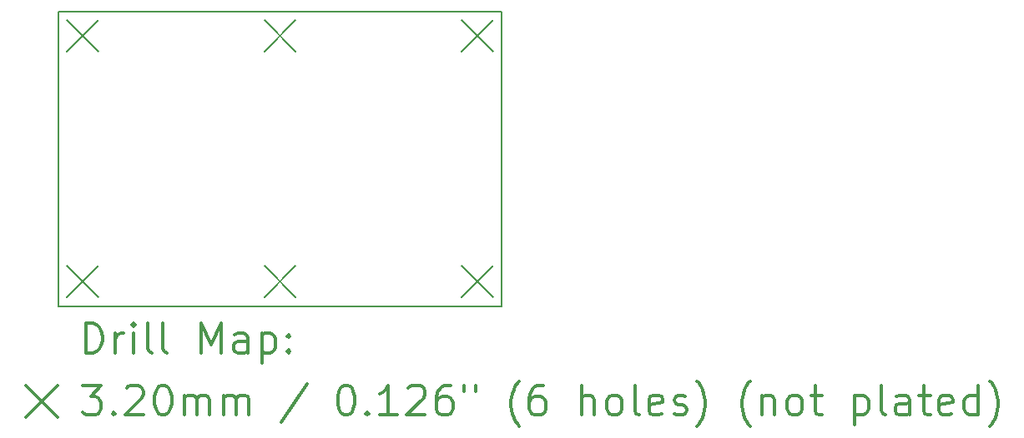
<source format=gbr>
%FSLAX45Y45*%
G04 Gerber Fmt 4.5, Leading zero omitted, Abs format (unit mm)*
G04 Created by KiCad (PCBNEW no-vcs-found-7434~57~ubuntu16.04.1) date Sat Jan  7 23:10:37 2017*
%MOMM*%
%LPD*%
G01*
G04 APERTURE LIST*
%ADD10C,0.127000*%
%ADD11C,0.150000*%
%ADD12C,0.200000*%
%ADD13C,0.300000*%
G04 APERTURE END LIST*
D10*
D11*
X11500000Y-13100000D02*
X11500000Y-10100000D01*
X16000000Y-13100000D02*
X11500000Y-13100000D01*
X16000000Y-10100000D02*
X16000000Y-13100000D01*
X11500000Y-10100000D02*
X16000000Y-10100000D01*
D12*
X11590000Y-10190000D02*
X11910000Y-10510000D01*
X11910000Y-10190000D02*
X11590000Y-10510000D01*
X11590000Y-12690000D02*
X11910000Y-13010000D01*
X11910000Y-12690000D02*
X11590000Y-13010000D01*
X13590000Y-10190000D02*
X13910000Y-10510000D01*
X13910000Y-10190000D02*
X13590000Y-10510000D01*
X13590000Y-12690000D02*
X13910000Y-13010000D01*
X13910000Y-12690000D02*
X13590000Y-13010000D01*
X15590000Y-10190000D02*
X15910000Y-10510000D01*
X15910000Y-10190000D02*
X15590000Y-10510000D01*
X15590000Y-12690000D02*
X15910000Y-13010000D01*
X15910000Y-12690000D02*
X15590000Y-13010000D01*
D13*
X11778928Y-13573214D02*
X11778928Y-13273214D01*
X11850357Y-13273214D01*
X11893214Y-13287500D01*
X11921786Y-13316071D01*
X11936071Y-13344643D01*
X11950357Y-13401786D01*
X11950357Y-13444643D01*
X11936071Y-13501786D01*
X11921786Y-13530357D01*
X11893214Y-13558929D01*
X11850357Y-13573214D01*
X11778928Y-13573214D01*
X12078928Y-13573214D02*
X12078928Y-13373214D01*
X12078928Y-13430357D02*
X12093214Y-13401786D01*
X12107500Y-13387500D01*
X12136071Y-13373214D01*
X12164643Y-13373214D01*
X12264643Y-13573214D02*
X12264643Y-13373214D01*
X12264643Y-13273214D02*
X12250357Y-13287500D01*
X12264643Y-13301786D01*
X12278928Y-13287500D01*
X12264643Y-13273214D01*
X12264643Y-13301786D01*
X12450357Y-13573214D02*
X12421786Y-13558929D01*
X12407500Y-13530357D01*
X12407500Y-13273214D01*
X12607500Y-13573214D02*
X12578928Y-13558929D01*
X12564643Y-13530357D01*
X12564643Y-13273214D01*
X12950357Y-13573214D02*
X12950357Y-13273214D01*
X13050357Y-13487500D01*
X13150357Y-13273214D01*
X13150357Y-13573214D01*
X13421786Y-13573214D02*
X13421786Y-13416071D01*
X13407500Y-13387500D01*
X13378928Y-13373214D01*
X13321786Y-13373214D01*
X13293214Y-13387500D01*
X13421786Y-13558929D02*
X13393214Y-13573214D01*
X13321786Y-13573214D01*
X13293214Y-13558929D01*
X13278928Y-13530357D01*
X13278928Y-13501786D01*
X13293214Y-13473214D01*
X13321786Y-13458929D01*
X13393214Y-13458929D01*
X13421786Y-13444643D01*
X13564643Y-13373214D02*
X13564643Y-13673214D01*
X13564643Y-13387500D02*
X13593214Y-13373214D01*
X13650357Y-13373214D01*
X13678928Y-13387500D01*
X13693214Y-13401786D01*
X13707500Y-13430357D01*
X13707500Y-13516071D01*
X13693214Y-13544643D01*
X13678928Y-13558929D01*
X13650357Y-13573214D01*
X13593214Y-13573214D01*
X13564643Y-13558929D01*
X13836071Y-13544643D02*
X13850357Y-13558929D01*
X13836071Y-13573214D01*
X13821786Y-13558929D01*
X13836071Y-13544643D01*
X13836071Y-13573214D01*
X13836071Y-13387500D02*
X13850357Y-13401786D01*
X13836071Y-13416071D01*
X13821786Y-13401786D01*
X13836071Y-13387500D01*
X13836071Y-13416071D01*
X11172500Y-13907500D02*
X11492500Y-14227500D01*
X11492500Y-13907500D02*
X11172500Y-14227500D01*
X11750357Y-13903214D02*
X11936071Y-13903214D01*
X11836071Y-14017500D01*
X11878928Y-14017500D01*
X11907500Y-14031786D01*
X11921786Y-14046071D01*
X11936071Y-14074643D01*
X11936071Y-14146071D01*
X11921786Y-14174643D01*
X11907500Y-14188929D01*
X11878928Y-14203214D01*
X11793214Y-14203214D01*
X11764643Y-14188929D01*
X11750357Y-14174643D01*
X12064643Y-14174643D02*
X12078928Y-14188929D01*
X12064643Y-14203214D01*
X12050357Y-14188929D01*
X12064643Y-14174643D01*
X12064643Y-14203214D01*
X12193214Y-13931786D02*
X12207500Y-13917500D01*
X12236071Y-13903214D01*
X12307500Y-13903214D01*
X12336071Y-13917500D01*
X12350357Y-13931786D01*
X12364643Y-13960357D01*
X12364643Y-13988929D01*
X12350357Y-14031786D01*
X12178928Y-14203214D01*
X12364643Y-14203214D01*
X12550357Y-13903214D02*
X12578928Y-13903214D01*
X12607500Y-13917500D01*
X12621786Y-13931786D01*
X12636071Y-13960357D01*
X12650357Y-14017500D01*
X12650357Y-14088929D01*
X12636071Y-14146071D01*
X12621786Y-14174643D01*
X12607500Y-14188929D01*
X12578928Y-14203214D01*
X12550357Y-14203214D01*
X12521786Y-14188929D01*
X12507500Y-14174643D01*
X12493214Y-14146071D01*
X12478928Y-14088929D01*
X12478928Y-14017500D01*
X12493214Y-13960357D01*
X12507500Y-13931786D01*
X12521786Y-13917500D01*
X12550357Y-13903214D01*
X12778928Y-14203214D02*
X12778928Y-14003214D01*
X12778928Y-14031786D02*
X12793214Y-14017500D01*
X12821786Y-14003214D01*
X12864643Y-14003214D01*
X12893214Y-14017500D01*
X12907500Y-14046071D01*
X12907500Y-14203214D01*
X12907500Y-14046071D02*
X12921786Y-14017500D01*
X12950357Y-14003214D01*
X12993214Y-14003214D01*
X13021786Y-14017500D01*
X13036071Y-14046071D01*
X13036071Y-14203214D01*
X13178928Y-14203214D02*
X13178928Y-14003214D01*
X13178928Y-14031786D02*
X13193214Y-14017500D01*
X13221786Y-14003214D01*
X13264643Y-14003214D01*
X13293214Y-14017500D01*
X13307500Y-14046071D01*
X13307500Y-14203214D01*
X13307500Y-14046071D02*
X13321786Y-14017500D01*
X13350357Y-14003214D01*
X13393214Y-14003214D01*
X13421786Y-14017500D01*
X13436071Y-14046071D01*
X13436071Y-14203214D01*
X14021786Y-13888929D02*
X13764643Y-14274643D01*
X14407500Y-13903214D02*
X14436071Y-13903214D01*
X14464643Y-13917500D01*
X14478928Y-13931786D01*
X14493214Y-13960357D01*
X14507500Y-14017500D01*
X14507500Y-14088929D01*
X14493214Y-14146071D01*
X14478928Y-14174643D01*
X14464643Y-14188929D01*
X14436071Y-14203214D01*
X14407500Y-14203214D01*
X14378928Y-14188929D01*
X14364643Y-14174643D01*
X14350357Y-14146071D01*
X14336071Y-14088929D01*
X14336071Y-14017500D01*
X14350357Y-13960357D01*
X14364643Y-13931786D01*
X14378928Y-13917500D01*
X14407500Y-13903214D01*
X14636071Y-14174643D02*
X14650357Y-14188929D01*
X14636071Y-14203214D01*
X14621786Y-14188929D01*
X14636071Y-14174643D01*
X14636071Y-14203214D01*
X14936071Y-14203214D02*
X14764643Y-14203214D01*
X14850357Y-14203214D02*
X14850357Y-13903214D01*
X14821786Y-13946071D01*
X14793214Y-13974643D01*
X14764643Y-13988929D01*
X15050357Y-13931786D02*
X15064643Y-13917500D01*
X15093214Y-13903214D01*
X15164643Y-13903214D01*
X15193214Y-13917500D01*
X15207500Y-13931786D01*
X15221786Y-13960357D01*
X15221786Y-13988929D01*
X15207500Y-14031786D01*
X15036071Y-14203214D01*
X15221786Y-14203214D01*
X15478928Y-13903214D02*
X15421786Y-13903214D01*
X15393214Y-13917500D01*
X15378928Y-13931786D01*
X15350357Y-13974643D01*
X15336071Y-14031786D01*
X15336071Y-14146071D01*
X15350357Y-14174643D01*
X15364643Y-14188929D01*
X15393214Y-14203214D01*
X15450357Y-14203214D01*
X15478928Y-14188929D01*
X15493214Y-14174643D01*
X15507500Y-14146071D01*
X15507500Y-14074643D01*
X15493214Y-14046071D01*
X15478928Y-14031786D01*
X15450357Y-14017500D01*
X15393214Y-14017500D01*
X15364643Y-14031786D01*
X15350357Y-14046071D01*
X15336071Y-14074643D01*
X15621786Y-13903214D02*
X15621786Y-13960357D01*
X15736071Y-13903214D02*
X15736071Y-13960357D01*
X16178928Y-14317500D02*
X16164643Y-14303214D01*
X16136071Y-14260357D01*
X16121786Y-14231786D01*
X16107500Y-14188929D01*
X16093214Y-14117500D01*
X16093214Y-14060357D01*
X16107500Y-13988929D01*
X16121786Y-13946071D01*
X16136071Y-13917500D01*
X16164643Y-13874643D01*
X16178928Y-13860357D01*
X16421786Y-13903214D02*
X16364643Y-13903214D01*
X16336071Y-13917500D01*
X16321786Y-13931786D01*
X16293214Y-13974643D01*
X16278928Y-14031786D01*
X16278928Y-14146071D01*
X16293214Y-14174643D01*
X16307500Y-14188929D01*
X16336071Y-14203214D01*
X16393214Y-14203214D01*
X16421786Y-14188929D01*
X16436071Y-14174643D01*
X16450357Y-14146071D01*
X16450357Y-14074643D01*
X16436071Y-14046071D01*
X16421786Y-14031786D01*
X16393214Y-14017500D01*
X16336071Y-14017500D01*
X16307500Y-14031786D01*
X16293214Y-14046071D01*
X16278928Y-14074643D01*
X16807500Y-14203214D02*
X16807500Y-13903214D01*
X16936071Y-14203214D02*
X16936071Y-14046071D01*
X16921786Y-14017500D01*
X16893214Y-14003214D01*
X16850357Y-14003214D01*
X16821786Y-14017500D01*
X16807500Y-14031786D01*
X17121786Y-14203214D02*
X17093214Y-14188929D01*
X17078928Y-14174643D01*
X17064643Y-14146071D01*
X17064643Y-14060357D01*
X17078928Y-14031786D01*
X17093214Y-14017500D01*
X17121786Y-14003214D01*
X17164643Y-14003214D01*
X17193214Y-14017500D01*
X17207500Y-14031786D01*
X17221786Y-14060357D01*
X17221786Y-14146071D01*
X17207500Y-14174643D01*
X17193214Y-14188929D01*
X17164643Y-14203214D01*
X17121786Y-14203214D01*
X17393214Y-14203214D02*
X17364643Y-14188929D01*
X17350357Y-14160357D01*
X17350357Y-13903214D01*
X17621786Y-14188929D02*
X17593214Y-14203214D01*
X17536071Y-14203214D01*
X17507500Y-14188929D01*
X17493214Y-14160357D01*
X17493214Y-14046071D01*
X17507500Y-14017500D01*
X17536071Y-14003214D01*
X17593214Y-14003214D01*
X17621786Y-14017500D01*
X17636071Y-14046071D01*
X17636071Y-14074643D01*
X17493214Y-14103214D01*
X17750357Y-14188929D02*
X17778928Y-14203214D01*
X17836071Y-14203214D01*
X17864643Y-14188929D01*
X17878928Y-14160357D01*
X17878928Y-14146071D01*
X17864643Y-14117500D01*
X17836071Y-14103214D01*
X17793214Y-14103214D01*
X17764643Y-14088929D01*
X17750357Y-14060357D01*
X17750357Y-14046071D01*
X17764643Y-14017500D01*
X17793214Y-14003214D01*
X17836071Y-14003214D01*
X17864643Y-14017500D01*
X17978928Y-14317500D02*
X17993214Y-14303214D01*
X18021786Y-14260357D01*
X18036071Y-14231786D01*
X18050357Y-14188929D01*
X18064643Y-14117500D01*
X18064643Y-14060357D01*
X18050357Y-13988929D01*
X18036071Y-13946071D01*
X18021786Y-13917500D01*
X17993214Y-13874643D01*
X17978928Y-13860357D01*
X18521786Y-14317500D02*
X18507500Y-14303214D01*
X18478928Y-14260357D01*
X18464643Y-14231786D01*
X18450357Y-14188929D01*
X18436071Y-14117500D01*
X18436071Y-14060357D01*
X18450357Y-13988929D01*
X18464643Y-13946071D01*
X18478928Y-13917500D01*
X18507500Y-13874643D01*
X18521786Y-13860357D01*
X18636071Y-14003214D02*
X18636071Y-14203214D01*
X18636071Y-14031786D02*
X18650357Y-14017500D01*
X18678928Y-14003214D01*
X18721786Y-14003214D01*
X18750357Y-14017500D01*
X18764643Y-14046071D01*
X18764643Y-14203214D01*
X18950357Y-14203214D02*
X18921786Y-14188929D01*
X18907500Y-14174643D01*
X18893214Y-14146071D01*
X18893214Y-14060357D01*
X18907500Y-14031786D01*
X18921786Y-14017500D01*
X18950357Y-14003214D01*
X18993214Y-14003214D01*
X19021786Y-14017500D01*
X19036071Y-14031786D01*
X19050357Y-14060357D01*
X19050357Y-14146071D01*
X19036071Y-14174643D01*
X19021786Y-14188929D01*
X18993214Y-14203214D01*
X18950357Y-14203214D01*
X19136071Y-14003214D02*
X19250357Y-14003214D01*
X19178928Y-13903214D02*
X19178928Y-14160357D01*
X19193214Y-14188929D01*
X19221786Y-14203214D01*
X19250357Y-14203214D01*
X19578928Y-14003214D02*
X19578928Y-14303214D01*
X19578928Y-14017500D02*
X19607500Y-14003214D01*
X19664643Y-14003214D01*
X19693214Y-14017500D01*
X19707500Y-14031786D01*
X19721786Y-14060357D01*
X19721786Y-14146071D01*
X19707500Y-14174643D01*
X19693214Y-14188929D01*
X19664643Y-14203214D01*
X19607500Y-14203214D01*
X19578928Y-14188929D01*
X19893214Y-14203214D02*
X19864643Y-14188929D01*
X19850357Y-14160357D01*
X19850357Y-13903214D01*
X20136071Y-14203214D02*
X20136071Y-14046071D01*
X20121786Y-14017500D01*
X20093214Y-14003214D01*
X20036071Y-14003214D01*
X20007500Y-14017500D01*
X20136071Y-14188929D02*
X20107500Y-14203214D01*
X20036071Y-14203214D01*
X20007500Y-14188929D01*
X19993214Y-14160357D01*
X19993214Y-14131786D01*
X20007500Y-14103214D01*
X20036071Y-14088929D01*
X20107500Y-14088929D01*
X20136071Y-14074643D01*
X20236071Y-14003214D02*
X20350357Y-14003214D01*
X20278928Y-13903214D02*
X20278928Y-14160357D01*
X20293214Y-14188929D01*
X20321786Y-14203214D01*
X20350357Y-14203214D01*
X20564643Y-14188929D02*
X20536071Y-14203214D01*
X20478928Y-14203214D01*
X20450357Y-14188929D01*
X20436071Y-14160357D01*
X20436071Y-14046071D01*
X20450357Y-14017500D01*
X20478928Y-14003214D01*
X20536071Y-14003214D01*
X20564643Y-14017500D01*
X20578928Y-14046071D01*
X20578928Y-14074643D01*
X20436071Y-14103214D01*
X20836071Y-14203214D02*
X20836071Y-13903214D01*
X20836071Y-14188929D02*
X20807500Y-14203214D01*
X20750357Y-14203214D01*
X20721786Y-14188929D01*
X20707500Y-14174643D01*
X20693214Y-14146071D01*
X20693214Y-14060357D01*
X20707500Y-14031786D01*
X20721786Y-14017500D01*
X20750357Y-14003214D01*
X20807500Y-14003214D01*
X20836071Y-14017500D01*
X20950357Y-14317500D02*
X20964643Y-14303214D01*
X20993214Y-14260357D01*
X21007500Y-14231786D01*
X21021786Y-14188929D01*
X21036071Y-14117500D01*
X21036071Y-14060357D01*
X21021786Y-13988929D01*
X21007500Y-13946071D01*
X20993214Y-13917500D01*
X20964643Y-13874643D01*
X20950357Y-13860357D01*
M02*

</source>
